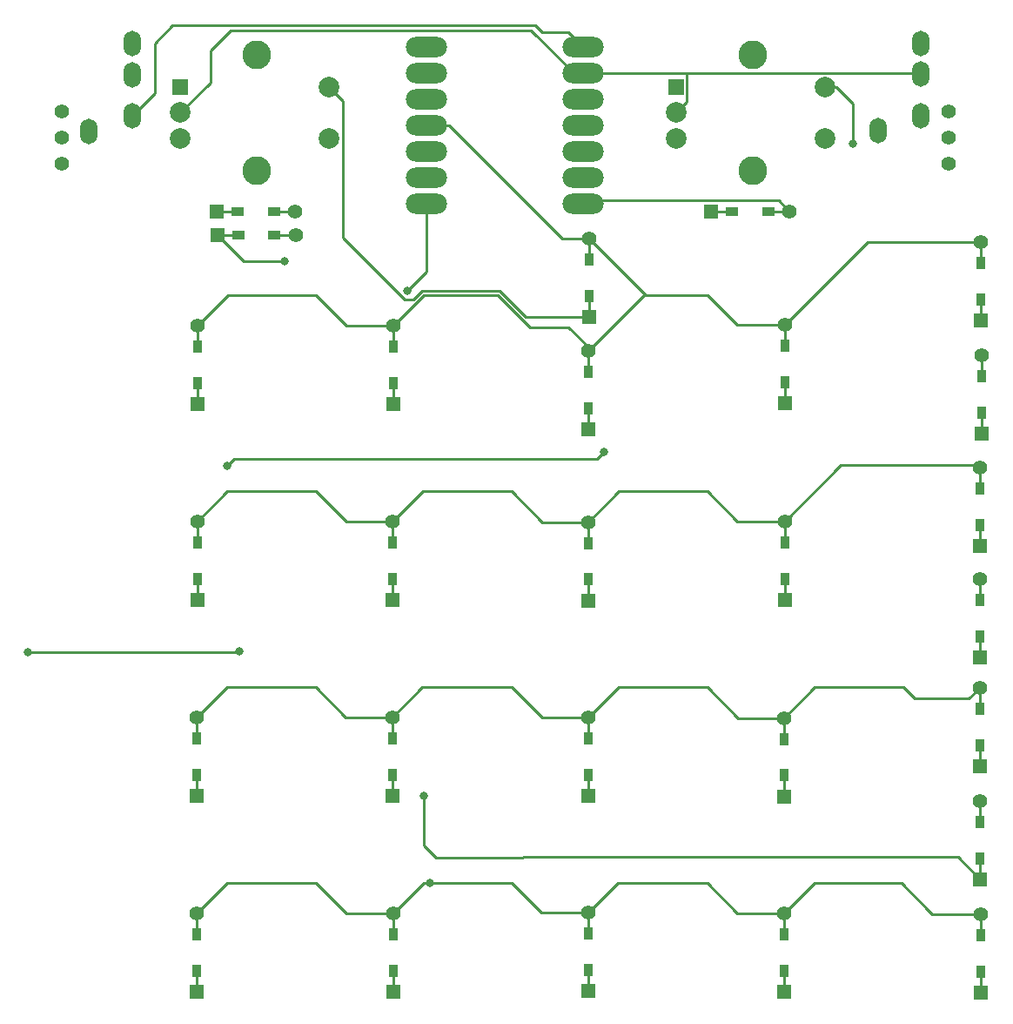
<source format=gtl>
G04 #@! TF.GenerationSoftware,KiCad,Pcbnew,(5.1.6-0-10_14)*
G04 #@! TF.CreationDate,2022-08-29T11:05:28+09:00*
G04 #@! TF.ProjectId,cool640xiao,636f6f6c-3634-4307-9869-616f2e6b6963,rev?*
G04 #@! TF.SameCoordinates,Original*
G04 #@! TF.FileFunction,Copper,L1,Top*
G04 #@! TF.FilePolarity,Positive*
%FSLAX46Y46*%
G04 Gerber Fmt 4.6, Leading zero omitted, Abs format (unit mm)*
G04 Created by KiCad (PCBNEW (5.1.6-0-10_14)) date 2022-08-29 11:05:28*
%MOMM*%
%LPD*%
G01*
G04 APERTURE LIST*
G04 #@! TA.AperFunction,SMDPad,CuDef*
%ADD10R,0.950000X1.300000*%
G04 #@! TD*
G04 #@! TA.AperFunction,ComponentPad*
%ADD11C,1.397000*%
G04 #@! TD*
G04 #@! TA.AperFunction,ComponentPad*
%ADD12R,1.397000X1.397000*%
G04 #@! TD*
G04 #@! TA.AperFunction,ComponentPad*
%ADD13O,1.700000X2.500000*%
G04 #@! TD*
G04 #@! TA.AperFunction,ComponentPad*
%ADD14R,1.500000X1.500000*%
G04 #@! TD*
G04 #@! TA.AperFunction,ComponentPad*
%ADD15C,2.000000*%
G04 #@! TD*
G04 #@! TA.AperFunction,ComponentPad*
%ADD16C,2.800000*%
G04 #@! TD*
G04 #@! TA.AperFunction,ComponentPad*
%ADD17O,4.000000X2.000000*%
G04 #@! TD*
G04 #@! TA.AperFunction,SMDPad,CuDef*
%ADD18R,1.300000X0.950000*%
G04 #@! TD*
G04 #@! TA.AperFunction,ViaPad*
%ADD19C,0.800000*%
G04 #@! TD*
G04 #@! TA.AperFunction,Conductor*
%ADD20C,0.250000*%
G04 #@! TD*
G04 APERTURE END LIST*
D10*
X46120000Y-3055000D03*
D11*
X46120000Y-1020000D03*
D12*
X46120000Y-8640000D03*
D10*
X46120000Y-6605000D03*
X84290000Y7525000D03*
D11*
X84290000Y9560000D03*
D12*
X84290000Y1940000D03*
D10*
X84290000Y3975000D03*
D13*
X-2460000Y20350000D03*
X1740000Y21850000D03*
X1740000Y25850000D03*
X1740000Y28850000D03*
D10*
X84290000Y-57815000D03*
D11*
X84290000Y-55780000D03*
D12*
X84290000Y-63400000D03*
D10*
X84290000Y-61365000D03*
X27160000Y-625000D03*
D11*
X27160000Y1410000D03*
D12*
X27160000Y-6210000D03*
D10*
X27160000Y-4175000D03*
X8110000Y-585000D03*
D11*
X8110000Y1450000D03*
D12*
X8110000Y-6170000D03*
D10*
X8110000Y-4135000D03*
X65230000Y-555000D03*
D11*
X65230000Y1480000D03*
D12*
X65230000Y-6140000D03*
D10*
X65230000Y-4105000D03*
X84210000Y-14385000D03*
D11*
X84210000Y-12350000D03*
D12*
X84210000Y-19970000D03*
D10*
X84210000Y-17935000D03*
X65220000Y-19645000D03*
D11*
X65220000Y-17610000D03*
D12*
X65220000Y-25230000D03*
D10*
X65220000Y-23195000D03*
X46140000Y-19695000D03*
D11*
X46140000Y-17660000D03*
D12*
X46140000Y-25280000D03*
D10*
X46140000Y-23245000D03*
X27090000Y-19655000D03*
D11*
X27090000Y-17620000D03*
D12*
X27090000Y-25240000D03*
D10*
X27090000Y-23205000D03*
X8070000Y-19655000D03*
D11*
X8070000Y-17620000D03*
D12*
X8070000Y-25240000D03*
D10*
X8070000Y-23205000D03*
X65210000Y-57715000D03*
D11*
X65210000Y-55680000D03*
D12*
X65210000Y-63300000D03*
D10*
X65210000Y-61265000D03*
X46160000Y-57685000D03*
D11*
X46160000Y-55650000D03*
D12*
X46160000Y-63270000D03*
D10*
X46160000Y-61235000D03*
X27150000Y-57755000D03*
D11*
X27150000Y-55720000D03*
D12*
X27150000Y-63340000D03*
D10*
X27150000Y-61305000D03*
X8050000Y-57775000D03*
D11*
X8050000Y-55740000D03*
D12*
X8050000Y-63360000D03*
D10*
X8050000Y-61325000D03*
X84210000Y-35815000D03*
D11*
X84210000Y-33780000D03*
D12*
X84210000Y-41400000D03*
D10*
X84210000Y-39365000D03*
X65170000Y-38745000D03*
D11*
X65170000Y-36710000D03*
D12*
X65170000Y-44330000D03*
D10*
X65170000Y-42295000D03*
X46150000Y-38735000D03*
D11*
X46150000Y-36700000D03*
D12*
X46150000Y-44320000D03*
D10*
X46150000Y-42285000D03*
X27060000Y-38675000D03*
D11*
X27060000Y-36640000D03*
D12*
X27060000Y-44260000D03*
D10*
X27060000Y-42225000D03*
X8030000Y-38685000D03*
D11*
X8030000Y-36650000D03*
D12*
X8030000Y-44270000D03*
D10*
X8030000Y-42235000D03*
D13*
X78490000Y28860000D03*
X78490000Y25860000D03*
X78490000Y21860000D03*
X74290000Y20360000D03*
D14*
X6400000Y24640000D03*
D15*
X6400000Y22140000D03*
X6400000Y19640000D03*
D16*
X13900000Y27740000D03*
X13900000Y16540000D03*
D15*
X20900000Y24640000D03*
X20900000Y19640000D03*
X69150000Y19640000D03*
X69150000Y24640000D03*
D16*
X62150000Y16540000D03*
X62150000Y27740000D03*
D15*
X54650000Y19640000D03*
X54650000Y22140000D03*
D14*
X54650000Y24640000D03*
D17*
X45580000Y23450000D03*
X45580000Y20910000D03*
X45580000Y18370000D03*
X45580000Y15830000D03*
X45580000Y13290000D03*
X30340000Y13290000D03*
X30340000Y15830000D03*
X30340000Y18370000D03*
X30340000Y20910000D03*
X30340000Y23450000D03*
X45580000Y25990000D03*
X30340000Y25990000D03*
X45580000Y28530000D03*
X30340000Y28530000D03*
D18*
X12015000Y12550000D03*
D12*
X9980000Y12550000D03*
D11*
X17600000Y12550000D03*
D18*
X15565000Y12550000D03*
X63615000Y12560000D03*
D11*
X65650000Y12560000D03*
D12*
X58030000Y12560000D03*
D18*
X60065000Y12560000D03*
D11*
X-5130000Y22260000D03*
X-5130000Y19720000D03*
X-5130000Y17180000D03*
X81200000Y17180000D03*
X81200000Y19720000D03*
X81200000Y22260000D03*
D10*
X46210000Y7855000D03*
D11*
X46210000Y9890000D03*
D12*
X46210000Y2270000D03*
D10*
X46210000Y4305000D03*
X84380000Y-7045000D03*
D12*
X84380000Y-9080000D03*
D11*
X84380000Y-1460000D03*
D10*
X84380000Y-3495000D03*
X84210000Y-25235000D03*
D11*
X84210000Y-23200000D03*
D12*
X84210000Y-30820000D03*
D10*
X84210000Y-28785000D03*
X84260000Y-50365000D03*
D12*
X84260000Y-52400000D03*
D11*
X84260000Y-44780000D03*
D10*
X84260000Y-46815000D03*
D18*
X12045000Y10270000D03*
D12*
X10010000Y10270000D03*
D11*
X17630000Y10270000D03*
D18*
X15595000Y10270000D03*
D19*
X28490000Y4810000D03*
X30685001Y-52784999D03*
X-8370000Y-30280000D03*
X12190000Y-30260000D03*
X71880000Y19090000D03*
X30110000Y-44290000D03*
X16610000Y7660000D03*
X10980000Y-12210000D03*
X47650000Y-10840000D03*
D20*
X8110000Y-6170000D02*
X8110000Y-4135000D01*
X27160000Y-6210000D02*
X27160000Y-5220000D01*
X27160000Y-4175000D02*
X27160000Y-5220000D01*
X46120000Y-8640000D02*
X46120000Y-6605000D01*
X65230000Y-4105000D02*
X65230000Y-6140000D01*
X84290000Y3975000D02*
X84290000Y1940000D01*
X8070000Y-25240000D02*
X8070000Y-23205000D01*
X27090000Y-23205000D02*
X27090000Y-25240000D01*
X46140000Y-25280000D02*
X46140000Y-23245000D01*
X65220000Y-23195000D02*
X65220000Y-25230000D01*
X84210000Y-17935000D02*
X84210000Y-19970000D01*
X8030000Y-44270000D02*
X8030000Y-42235000D01*
X27060000Y-42225000D02*
X27060000Y-44260000D01*
X46150000Y-44320000D02*
X46150000Y-42285000D01*
X65170000Y-42295000D02*
X65170000Y-44330000D01*
X84210000Y-39365000D02*
X84210000Y-41400000D01*
X8050000Y-61325000D02*
X8050000Y-63360000D01*
X27150000Y-61305000D02*
X27150000Y-63340000D01*
X46160000Y-61235000D02*
X46160000Y-63270000D01*
X65210000Y-61265000D02*
X65210000Y-63300000D01*
X84290000Y-61365000D02*
X84290000Y-63400000D01*
X84290000Y9560000D02*
X84290000Y7525000D01*
X65230000Y1480000D02*
X65230000Y-555000D01*
X46120000Y-1020000D02*
X46120000Y-3055000D01*
X46210000Y9890000D02*
X46210000Y7855000D01*
X27160000Y1410000D02*
X27160000Y-625000D01*
X8110000Y-585000D02*
X8110000Y1450000D01*
X19603997Y4365001D02*
X22558998Y1410000D01*
X22558998Y1410000D02*
X27160000Y1410000D01*
X11025001Y4365001D02*
X19603997Y4365001D01*
X8110000Y1450000D02*
X11025001Y4365001D01*
X73310000Y9560000D02*
X84290000Y9560000D01*
X65230000Y1480000D02*
X73310000Y9560000D01*
X60588998Y1480000D02*
X65230000Y1480000D01*
X57703997Y4365001D02*
X60588998Y1480000D01*
X46120000Y-1020000D02*
X51505001Y4365001D01*
X46210000Y9890000D02*
X51734999Y4365001D01*
X51804999Y4365001D02*
X57703997Y4365001D01*
X51734999Y4365001D02*
X51804999Y4365001D01*
X51505001Y4365001D02*
X51804999Y4365001D01*
X30115001Y4365001D02*
X27160000Y1410000D01*
X40404999Y1275001D02*
X37314999Y4365001D01*
X44212001Y1275001D02*
X40404999Y1275001D01*
X46120000Y-632998D02*
X44212001Y1275001D01*
X37314999Y4365001D02*
X30115001Y4365001D01*
X46120000Y-1020000D02*
X46120000Y-632998D01*
X43610000Y9890000D02*
X46210000Y9890000D01*
X32590000Y20910000D02*
X43610000Y9890000D01*
X30340000Y20910000D02*
X32590000Y20910000D01*
X84380000Y-1460000D02*
X84380000Y-3495000D01*
X84210000Y-12350000D02*
X84210000Y-14385000D01*
X65220000Y-17610000D02*
X65220000Y-19645000D01*
X46140000Y-19695000D02*
X46140000Y-17660000D01*
X27090000Y-17620000D02*
X27090000Y-19655000D01*
X8070000Y-19655000D02*
X8070000Y-17620000D01*
X84004999Y-12144999D02*
X84210000Y-12350000D01*
X70685001Y-12144999D02*
X84004999Y-12144999D01*
X65220000Y-17610000D02*
X70685001Y-12144999D01*
X60628998Y-17610000D02*
X65220000Y-17610000D01*
X57703997Y-14684999D02*
X60628998Y-17610000D01*
X49115001Y-14684999D02*
X57703997Y-14684999D01*
X46140000Y-17660000D02*
X49115001Y-14684999D01*
X41628998Y-17660000D02*
X46140000Y-17660000D01*
X38653997Y-14684999D02*
X41628998Y-17660000D01*
X30025001Y-14684999D02*
X38653997Y-14684999D01*
X27090000Y-17620000D02*
X30025001Y-14684999D01*
X19603997Y-14684999D02*
X22538998Y-17620000D01*
X22538998Y-17620000D02*
X27090000Y-17620000D01*
X11005001Y-14684999D02*
X19603997Y-14684999D01*
X8070000Y-17620000D02*
X11005001Y-14684999D01*
X84210000Y-25235000D02*
X84210000Y-23200000D01*
X84210000Y-33780000D02*
X84210000Y-35815000D01*
X65170000Y-36710000D02*
X65170000Y-38745000D01*
X46150000Y-38735000D02*
X46150000Y-36700000D01*
X27060000Y-36640000D02*
X27060000Y-38675000D01*
X8030000Y-38685000D02*
X8030000Y-36650000D01*
X22508998Y-36640000D02*
X27060000Y-36640000D01*
X19603997Y-33734999D02*
X22508998Y-36640000D01*
X10945001Y-33734999D02*
X19603997Y-33734999D01*
X8030000Y-36650000D02*
X10945001Y-33734999D01*
X41618998Y-36700000D02*
X46150000Y-36700000D01*
X38653997Y-33734999D02*
X41618998Y-36700000D01*
X29965001Y-33734999D02*
X38653997Y-33734999D01*
X27060000Y-36640000D02*
X29965001Y-33734999D01*
X60678998Y-36710000D02*
X65170000Y-36710000D01*
X49115001Y-33734999D02*
X57703997Y-33734999D01*
X57703997Y-33734999D02*
X60678998Y-36710000D01*
X46150000Y-36700000D02*
X49115001Y-33734999D01*
X83144999Y-34845001D02*
X84210000Y-33780000D01*
X77863999Y-34845001D02*
X83144999Y-34845001D01*
X68145001Y-33734999D02*
X76753997Y-33734999D01*
X76753997Y-33734999D02*
X77863999Y-34845001D01*
X65170000Y-36710000D02*
X68145001Y-33734999D01*
X84260000Y-44780000D02*
X84260000Y-46815000D01*
X84290000Y-55780000D02*
X84290000Y-57815000D01*
X65210000Y-55680000D02*
X65210000Y-57715000D01*
X46160000Y-55650000D02*
X46160000Y-57685000D01*
X27150000Y-55720000D02*
X27150000Y-57755000D01*
X8050000Y-55740000D02*
X8050000Y-57775000D01*
X19603997Y-52784999D02*
X22538998Y-55720000D01*
X11005001Y-52784999D02*
X19603997Y-52784999D01*
X22538998Y-55720000D02*
X27150000Y-55720000D01*
X8050000Y-55740000D02*
X11005001Y-52784999D01*
X60598998Y-55680000D02*
X65210000Y-55680000D01*
X57703997Y-52784999D02*
X60598998Y-55680000D01*
X49025001Y-52784999D02*
X57703997Y-52784999D01*
X46160000Y-55650000D02*
X49025001Y-52784999D01*
X68105001Y-52784999D02*
X76594999Y-52784999D01*
X65210000Y-55680000D02*
X68105001Y-52784999D01*
X79590000Y-55780000D02*
X79345000Y-55535000D01*
X84290000Y-55780000D02*
X79590000Y-55780000D01*
X76594999Y-52784999D02*
X79345000Y-55535000D01*
X38653997Y-52784999D02*
X41518998Y-55650000D01*
X41518998Y-55650000D02*
X46160000Y-55650000D01*
X27150000Y-55720000D02*
X30085001Y-52784999D01*
X30340000Y6660000D02*
X28490000Y4810000D01*
X30340000Y13290000D02*
X30340000Y6660000D01*
X30685001Y-52784999D02*
X38653997Y-52784999D01*
X30085001Y-52784999D02*
X30685001Y-52784999D01*
X6400000Y22140000D02*
X9340000Y25080000D01*
X9340000Y28160000D02*
X11349990Y30169990D01*
X9340000Y25080000D02*
X9340000Y28160000D01*
X11349990Y30169990D02*
X40560010Y30169990D01*
X78360000Y25990000D02*
X78490000Y25860000D01*
X55725001Y23215001D02*
X55725001Y25914999D01*
X54650000Y22140000D02*
X55725001Y23215001D01*
X55725001Y25914999D02*
X55650000Y25990000D01*
X55650000Y25990000D02*
X78360000Y25990000D01*
X45580000Y25990000D02*
X55650000Y25990000D01*
X44740000Y25990000D02*
X40560010Y30169990D01*
X45580000Y25990000D02*
X44740000Y25990000D01*
X5680000Y30620000D02*
X3940000Y28880000D01*
X3940000Y24050000D02*
X1740000Y21850000D01*
X3940000Y28880000D02*
X3940000Y24050000D01*
X41630000Y29930000D02*
X40940000Y30620000D01*
X40940000Y30620000D02*
X5680000Y30620000D01*
X44180000Y29930000D02*
X41630000Y29930000D01*
X44180000Y29930000D02*
X45580000Y28530000D01*
X15565000Y12550000D02*
X17600000Y12550000D01*
X15595000Y10270000D02*
X17630000Y10270000D01*
X63615000Y12560000D02*
X65650000Y12560000D01*
X64626499Y13583501D02*
X65650000Y12560000D01*
X45873501Y13583501D02*
X64626499Y13583501D01*
X45580000Y13290000D02*
X45873501Y13583501D01*
X9980000Y12550000D02*
X12015000Y12550000D01*
X58030000Y12560000D02*
X60065000Y12560000D01*
X84380000Y-7045000D02*
X84380000Y-9080000D01*
X12170000Y-30280000D02*
X12190000Y-30260000D01*
X-8370000Y-30280000D02*
X12170000Y-30280000D01*
X71880000Y19090000D02*
X71880000Y23040000D01*
X70280000Y24640000D02*
X69150000Y24640000D01*
X71880000Y23040000D02*
X70280000Y24640000D01*
X84210000Y-28785000D02*
X84210000Y-30820000D01*
X84260000Y-50365000D02*
X84260000Y-52400000D01*
X82104999Y-50244999D02*
X41155001Y-50244999D01*
X84260000Y-52400000D02*
X82104999Y-50244999D01*
X39763999Y-50244999D02*
X39748998Y-50260000D01*
X41155001Y-50244999D02*
X39763999Y-50244999D01*
X39748998Y-50260000D02*
X31290000Y-50260000D01*
X30110000Y-49080000D02*
X30110000Y-44290000D01*
X31290000Y-50260000D02*
X30110000Y-49080000D01*
X10010000Y10270000D02*
X12045000Y10270000D01*
X12620000Y7660000D02*
X10010000Y10270000D01*
X16610000Y7660000D02*
X12620000Y7660000D01*
X46210000Y4305000D02*
X46210000Y2270000D01*
X10980000Y-12210000D02*
X11650000Y-11540000D01*
X11650000Y-11540000D02*
X46950000Y-11540000D01*
X46950000Y-11540000D02*
X47650000Y-10840000D01*
X22225001Y23314999D02*
X22225001Y10174999D01*
X20900000Y24640000D02*
X22225001Y23314999D01*
X29083590Y3970000D02*
X29928601Y4815011D01*
X28256998Y3970000D02*
X29083590Y3970000D01*
X22225001Y10001997D02*
X28256998Y3970000D01*
X22225001Y10174999D02*
X22225001Y10001997D01*
X29928601Y4815011D02*
X36685011Y4815011D01*
X36685011Y4815011D02*
X36970000Y4815011D01*
X40060000Y2270000D02*
X46210000Y2270000D01*
X37514989Y4815011D02*
X40060000Y2270000D01*
X36685011Y4815011D02*
X37514989Y4815011D01*
M02*

</source>
